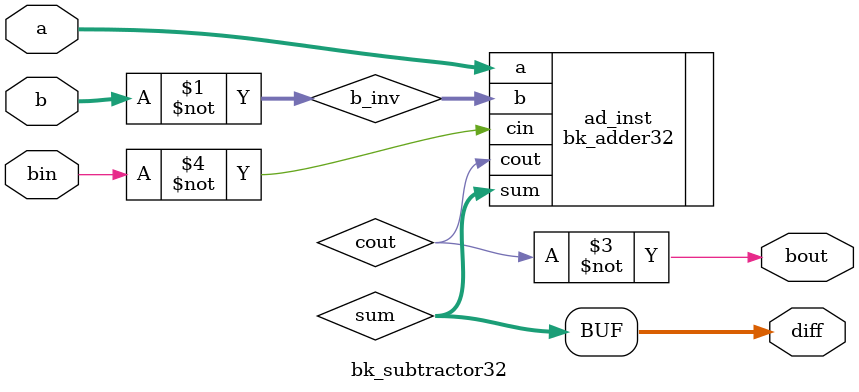
<source format=v>
`timescale 1ns/1ps

module bk_subtractor32 (
    input  wire [31:0] a,
    input  wire [31:0] b,
    input  wire        bin,   // borrow in (0 or 1)
    output wire [31:0] diff,
    output wire        bout   // borrow out: 1 => borrow occurred
);

    // two's complement subtraction: a - b - bin = a + (~b) + (1 - bin)
    wire [31:0] b_inv;
    wire [31:0] sum;
    wire        cout;

    assign b_inv = ~b;

    // cin to adder = 1 - bin  (equivalently: ~bin)
    bk_adder32 ad_inst (
        .a(a),
        .b(b_inv),
        .cin(1'b1 ^ bin), // 1 - bin
        .sum(sum),
        .cout(cout)
    );

    assign diff = sum;
    // borrow-out: in two's-complement subtraction borrow = ~carry_out
    assign bout = ~cout;

endmodule

</source>
